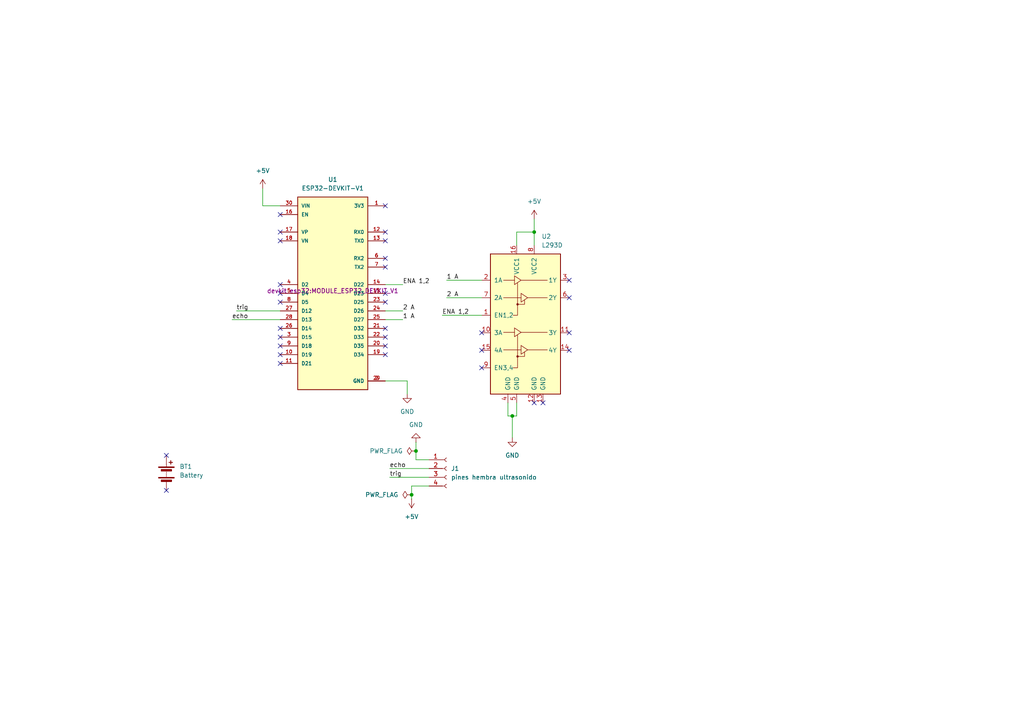
<source format=kicad_sch>
(kicad_sch
	(version 20250114)
	(generator "eeschema")
	(generator_version "9.0")
	(uuid "7971ed64-c6b3-4089-9216-16c48e7444f9")
	(paper "A4")
	(lib_symbols
		(symbol "Connector:Conn_01x04_Socket"
			(pin_names
				(offset 1.016)
				(hide yes)
			)
			(exclude_from_sim no)
			(in_bom yes)
			(on_board yes)
			(property "Reference" "J"
				(at 0 5.08 0)
				(effects
					(font
						(size 1.27 1.27)
					)
				)
			)
			(property "Value" "Conn_01x04_Socket"
				(at 0 -7.62 0)
				(effects
					(font
						(size 1.27 1.27)
					)
				)
			)
			(property "Footprint" ""
				(at 0 0 0)
				(effects
					(font
						(size 1.27 1.27)
					)
					(hide yes)
				)
			)
			(property "Datasheet" "~"
				(at 0 0 0)
				(effects
					(font
						(size 1.27 1.27)
					)
					(hide yes)
				)
			)
			(property "Description" "Generic connector, single row, 01x04, script generated"
				(at 0 0 0)
				(effects
					(font
						(size 1.27 1.27)
					)
					(hide yes)
				)
			)
			(property "ki_locked" ""
				(at 0 0 0)
				(effects
					(font
						(size 1.27 1.27)
					)
				)
			)
			(property "ki_keywords" "connector"
				(at 0 0 0)
				(effects
					(font
						(size 1.27 1.27)
					)
					(hide yes)
				)
			)
			(property "ki_fp_filters" "Connector*:*_1x??_*"
				(at 0 0 0)
				(effects
					(font
						(size 1.27 1.27)
					)
					(hide yes)
				)
			)
			(symbol "Conn_01x04_Socket_1_1"
				(polyline
					(pts
						(xy -1.27 2.54) (xy -0.508 2.54)
					)
					(stroke
						(width 0.1524)
						(type default)
					)
					(fill
						(type none)
					)
				)
				(polyline
					(pts
						(xy -1.27 0) (xy -0.508 0)
					)
					(stroke
						(width 0.1524)
						(type default)
					)
					(fill
						(type none)
					)
				)
				(polyline
					(pts
						(xy -1.27 -2.54) (xy -0.508 -2.54)
					)
					(stroke
						(width 0.1524)
						(type default)
					)
					(fill
						(type none)
					)
				)
				(polyline
					(pts
						(xy -1.27 -5.08) (xy -0.508 -5.08)
					)
					(stroke
						(width 0.1524)
						(type default)
					)
					(fill
						(type none)
					)
				)
				(arc
					(start 0 2.032)
					(mid -0.5058 2.54)
					(end 0 3.048)
					(stroke
						(width 0.1524)
						(type default)
					)
					(fill
						(type none)
					)
				)
				(arc
					(start 0 -0.508)
					(mid -0.5058 0)
					(end 0 0.508)
					(stroke
						(width 0.1524)
						(type default)
					)
					(fill
						(type none)
					)
				)
				(arc
					(start 0 -3.048)
					(mid -0.5058 -2.54)
					(end 0 -2.032)
					(stroke
						(width 0.1524)
						(type default)
					)
					(fill
						(type none)
					)
				)
				(arc
					(start 0 -5.588)
					(mid -0.5058 -5.08)
					(end 0 -4.572)
					(stroke
						(width 0.1524)
						(type default)
					)
					(fill
						(type none)
					)
				)
				(pin passive line
					(at -5.08 2.54 0)
					(length 3.81)
					(name "Pin_1"
						(effects
							(font
								(size 1.27 1.27)
							)
						)
					)
					(number "1"
						(effects
							(font
								(size 1.27 1.27)
							)
						)
					)
				)
				(pin passive line
					(at -5.08 0 0)
					(length 3.81)
					(name "Pin_2"
						(effects
							(font
								(size 1.27 1.27)
							)
						)
					)
					(number "2"
						(effects
							(font
								(size 1.27 1.27)
							)
						)
					)
				)
				(pin passive line
					(at -5.08 -2.54 0)
					(length 3.81)
					(name "Pin_3"
						(effects
							(font
								(size 1.27 1.27)
							)
						)
					)
					(number "3"
						(effects
							(font
								(size 1.27 1.27)
							)
						)
					)
				)
				(pin passive line
					(at -5.08 -5.08 0)
					(length 3.81)
					(name "Pin_4"
						(effects
							(font
								(size 1.27 1.27)
							)
						)
					)
					(number "4"
						(effects
							(font
								(size 1.27 1.27)
							)
						)
					)
				)
			)
			(embedded_fonts no)
		)
		(symbol "Device:Battery"
			(pin_numbers
				(hide yes)
			)
			(pin_names
				(offset 0)
				(hide yes)
			)
			(exclude_from_sim no)
			(in_bom yes)
			(on_board yes)
			(property "Reference" "BT"
				(at 2.54 2.54 0)
				(effects
					(font
						(size 1.27 1.27)
					)
					(justify left)
				)
			)
			(property "Value" "Battery"
				(at 2.54 0 0)
				(effects
					(font
						(size 1.27 1.27)
					)
					(justify left)
				)
			)
			(property "Footprint" ""
				(at 0 1.524 90)
				(effects
					(font
						(size 1.27 1.27)
					)
					(hide yes)
				)
			)
			(property "Datasheet" "~"
				(at 0 1.524 90)
				(effects
					(font
						(size 1.27 1.27)
					)
					(hide yes)
				)
			)
			(property "Description" "Multiple-cell battery"
				(at 0 0 0)
				(effects
					(font
						(size 1.27 1.27)
					)
					(hide yes)
				)
			)
			(property "ki_keywords" "batt voltage-source cell"
				(at 0 0 0)
				(effects
					(font
						(size 1.27 1.27)
					)
					(hide yes)
				)
			)
			(symbol "Battery_0_1"
				(rectangle
					(start -2.286 1.778)
					(end 2.286 1.524)
					(stroke
						(width 0)
						(type default)
					)
					(fill
						(type outline)
					)
				)
				(rectangle
					(start -2.286 -1.27)
					(end 2.286 -1.524)
					(stroke
						(width 0)
						(type default)
					)
					(fill
						(type outline)
					)
				)
				(rectangle
					(start -1.524 1.016)
					(end 1.524 0.508)
					(stroke
						(width 0)
						(type default)
					)
					(fill
						(type outline)
					)
				)
				(rectangle
					(start -1.524 -2.032)
					(end 1.524 -2.54)
					(stroke
						(width 0)
						(type default)
					)
					(fill
						(type outline)
					)
				)
				(polyline
					(pts
						(xy 0 1.778) (xy 0 2.54)
					)
					(stroke
						(width 0)
						(type default)
					)
					(fill
						(type none)
					)
				)
				(polyline
					(pts
						(xy 0 0) (xy 0 0.254)
					)
					(stroke
						(width 0)
						(type default)
					)
					(fill
						(type none)
					)
				)
				(polyline
					(pts
						(xy 0 -0.508) (xy 0 -0.254)
					)
					(stroke
						(width 0)
						(type default)
					)
					(fill
						(type none)
					)
				)
				(polyline
					(pts
						(xy 0 -1.016) (xy 0 -0.762)
					)
					(stroke
						(width 0)
						(type default)
					)
					(fill
						(type none)
					)
				)
				(polyline
					(pts
						(xy 0.762 3.048) (xy 1.778 3.048)
					)
					(stroke
						(width 0.254)
						(type default)
					)
					(fill
						(type none)
					)
				)
				(polyline
					(pts
						(xy 1.27 3.556) (xy 1.27 2.54)
					)
					(stroke
						(width 0.254)
						(type default)
					)
					(fill
						(type none)
					)
				)
			)
			(symbol "Battery_1_1"
				(pin passive line
					(at 0 5.08 270)
					(length 2.54)
					(name "+"
						(effects
							(font
								(size 1.27 1.27)
							)
						)
					)
					(number "1"
						(effects
							(font
								(size 1.27 1.27)
							)
						)
					)
				)
				(pin passive line
					(at 0 -5.08 90)
					(length 2.54)
					(name "-"
						(effects
							(font
								(size 1.27 1.27)
							)
						)
					)
					(number "2"
						(effects
							(font
								(size 1.27 1.27)
							)
						)
					)
				)
			)
			(embedded_fonts no)
		)
		(symbol "Driver_Motor:L293D"
			(pin_names
				(offset 1.016)
			)
			(exclude_from_sim no)
			(in_bom yes)
			(on_board yes)
			(property "Reference" "U"
				(at -5.08 26.035 0)
				(effects
					(font
						(size 1.27 1.27)
					)
					(justify right)
				)
			)
			(property "Value" "L293D"
				(at -5.08 24.13 0)
				(effects
					(font
						(size 1.27 1.27)
					)
					(justify right)
				)
			)
			(property "Footprint" "Package_DIP:DIP-16_W7.62mm"
				(at 6.35 -19.05 0)
				(effects
					(font
						(size 1.27 1.27)
					)
					(justify left)
					(hide yes)
				)
			)
			(property "Datasheet" "http://www.ti.com/lit/ds/symlink/l293.pdf"
				(at -7.62 17.78 0)
				(effects
					(font
						(size 1.27 1.27)
					)
					(hide yes)
				)
			)
			(property "Description" "Quadruple Half-H Drivers"
				(at 0 0 0)
				(effects
					(font
						(size 1.27 1.27)
					)
					(hide yes)
				)
			)
			(property "ki_keywords" "Half-H Driver Motor"
				(at 0 0 0)
				(effects
					(font
						(size 1.27 1.27)
					)
					(hide yes)
				)
			)
			(property "ki_fp_filters" "DIP*W7.62mm*"
				(at 0 0 0)
				(effects
					(font
						(size 1.27 1.27)
					)
					(hide yes)
				)
			)
			(symbol "L293D_0_1"
				(rectangle
					(start -10.16 22.86)
					(end 10.16 -17.78)
					(stroke
						(width 0.254)
						(type default)
					)
					(fill
						(type background)
					)
				)
				(polyline
					(pts
						(xy -6.35 15.24) (xy -3.175 15.24)
					)
					(stroke
						(width 0)
						(type default)
					)
					(fill
						(type none)
					)
				)
				(polyline
					(pts
						(xy -6.35 10.16) (xy -1.27 10.16)
					)
					(stroke
						(width 0)
						(type default)
					)
					(fill
						(type none)
					)
				)
				(polyline
					(pts
						(xy -6.35 0.127) (xy -3.175 0.127)
					)
					(stroke
						(width 0)
						(type default)
					)
					(fill
						(type none)
					)
				)
				(polyline
					(pts
						(xy -6.35 -4.953) (xy -1.27 -4.953)
					)
					(stroke
						(width 0)
						(type default)
					)
					(fill
						(type none)
					)
				)
				(polyline
					(pts
						(xy -3.175 16.51) (xy -3.175 13.97) (xy -1.27 15.24) (xy -3.175 16.51)
					)
					(stroke
						(width 0)
						(type default)
					)
					(fill
						(type none)
					)
				)
				(polyline
					(pts
						(xy -3.175 1.397) (xy -3.175 -1.143) (xy -1.27 0.127) (xy -3.175 1.397)
					)
					(stroke
						(width 0)
						(type default)
					)
					(fill
						(type none)
					)
				)
				(polyline
					(pts
						(xy -2.286 14.478) (xy -2.286 5.08) (xy -3.556 5.08)
					)
					(stroke
						(width 0)
						(type default)
					)
					(fill
						(type none)
					)
				)
				(circle
					(center -2.286 8.255)
					(radius 0.254)
					(stroke
						(width 0)
						(type default)
					)
					(fill
						(type outline)
					)
				)
				(polyline
					(pts
						(xy -2.286 8.255) (xy -0.254 8.255) (xy -0.254 9.525)
					)
					(stroke
						(width 0)
						(type default)
					)
					(fill
						(type none)
					)
				)
				(polyline
					(pts
						(xy -2.286 -0.635) (xy -2.286 -10.16) (xy -3.556 -10.16)
					)
					(stroke
						(width 0)
						(type default)
					)
					(fill
						(type none)
					)
				)
				(circle
					(center -2.286 -6.858)
					(radius 0.254)
					(stroke
						(width 0)
						(type default)
					)
					(fill
						(type outline)
					)
				)
				(polyline
					(pts
						(xy -2.286 -6.858) (xy -0.254 -6.858) (xy -0.254 -5.588)
					)
					(stroke
						(width 0)
						(type default)
					)
					(fill
						(type none)
					)
				)
				(polyline
					(pts
						(xy -1.27 15.24) (xy 6.35 15.24)
					)
					(stroke
						(width 0)
						(type default)
					)
					(fill
						(type none)
					)
				)
				(polyline
					(pts
						(xy -1.27 11.43) (xy -1.27 8.89) (xy 0.635 10.16) (xy -1.27 11.43)
					)
					(stroke
						(width 0)
						(type default)
					)
					(fill
						(type none)
					)
				)
				(polyline
					(pts
						(xy -1.27 0.127) (xy 6.35 0.127)
					)
					(stroke
						(width 0)
						(type default)
					)
					(fill
						(type none)
					)
				)
				(polyline
					(pts
						(xy -1.27 -3.683) (xy -1.27 -6.223) (xy 0.635 -4.953) (xy -1.27 -3.683)
					)
					(stroke
						(width 0)
						(type default)
					)
					(fill
						(type none)
					)
				)
				(polyline
					(pts
						(xy 0.635 10.16) (xy 6.35 10.16)
					)
					(stroke
						(width 0)
						(type default)
					)
					(fill
						(type none)
					)
				)
				(polyline
					(pts
						(xy 0.635 -4.953) (xy 6.35 -4.953)
					)
					(stroke
						(width 0)
						(type default)
					)
					(fill
						(type none)
					)
				)
			)
			(symbol "L293D_1_1"
				(pin input line
					(at -12.7 15.24 0)
					(length 2.54)
					(name "1A"
						(effects
							(font
								(size 1.27 1.27)
							)
						)
					)
					(number "2"
						(effects
							(font
								(size 1.27 1.27)
							)
						)
					)
				)
				(pin input line
					(at -12.7 10.16 0)
					(length 2.54)
					(name "2A"
						(effects
							(font
								(size 1.27 1.27)
							)
						)
					)
					(number "7"
						(effects
							(font
								(size 1.27 1.27)
							)
						)
					)
				)
				(pin input line
					(at -12.7 5.08 0)
					(length 2.54)
					(name "EN1,2"
						(effects
							(font
								(size 1.27 1.27)
							)
						)
					)
					(number "1"
						(effects
							(font
								(size 1.27 1.27)
							)
						)
					)
				)
				(pin input line
					(at -12.7 0 0)
					(length 2.54)
					(name "3A"
						(effects
							(font
								(size 1.27 1.27)
							)
						)
					)
					(number "10"
						(effects
							(font
								(size 1.27 1.27)
							)
						)
					)
				)
				(pin input line
					(at -12.7 -5.08 0)
					(length 2.54)
					(name "4A"
						(effects
							(font
								(size 1.27 1.27)
							)
						)
					)
					(number "15"
						(effects
							(font
								(size 1.27 1.27)
							)
						)
					)
				)
				(pin input line
					(at -12.7 -10.16 0)
					(length 2.54)
					(name "EN3,4"
						(effects
							(font
								(size 1.27 1.27)
							)
						)
					)
					(number "9"
						(effects
							(font
								(size 1.27 1.27)
							)
						)
					)
				)
				(pin power_in line
					(at -5.08 -20.32 90)
					(length 2.54)
					(name "GND"
						(effects
							(font
								(size 1.27 1.27)
							)
						)
					)
					(number "4"
						(effects
							(font
								(size 1.27 1.27)
							)
						)
					)
				)
				(pin power_in line
					(at -2.54 25.4 270)
					(length 2.54)
					(name "VCC1"
						(effects
							(font
								(size 1.27 1.27)
							)
						)
					)
					(number "16"
						(effects
							(font
								(size 1.27 1.27)
							)
						)
					)
				)
				(pin power_in line
					(at -2.54 -20.32 90)
					(length 2.54)
					(name "GND"
						(effects
							(font
								(size 1.27 1.27)
							)
						)
					)
					(number "5"
						(effects
							(font
								(size 1.27 1.27)
							)
						)
					)
				)
				(pin power_in line
					(at 2.54 25.4 270)
					(length 2.54)
					(name "VCC2"
						(effects
							(font
								(size 1.27 1.27)
							)
						)
					)
					(number "8"
						(effects
							(font
								(size 1.27 1.27)
							)
						)
					)
				)
				(pin power_in line
					(at 2.54 -20.32 90)
					(length 2.54)
					(name "GND"
						(effects
							(font
								(size 1.27 1.27)
							)
						)
					)
					(number "12"
						(effects
							(font
								(size 1.27 1.27)
							)
						)
					)
				)
				(pin power_in line
					(at 5.08 -20.32 90)
					(length 2.54)
					(name "GND"
						(effects
							(font
								(size 1.27 1.27)
							)
						)
					)
					(number "13"
						(effects
							(font
								(size 1.27 1.27)
							)
						)
					)
				)
				(pin output line
					(at 12.7 15.24 180)
					(length 2.54)
					(name "1Y"
						(effects
							(font
								(size 1.27 1.27)
							)
						)
					)
					(number "3"
						(effects
							(font
								(size 1.27 1.27)
							)
						)
					)
				)
				(pin output line
					(at 12.7 10.16 180)
					(length 2.54)
					(name "2Y"
						(effects
							(font
								(size 1.27 1.27)
							)
						)
					)
					(number "6"
						(effects
							(font
								(size 1.27 1.27)
							)
						)
					)
				)
				(pin output line
					(at 12.7 0 180)
					(length 2.54)
					(name "3Y"
						(effects
							(font
								(size 1.27 1.27)
							)
						)
					)
					(number "11"
						(effects
							(font
								(size 1.27 1.27)
							)
						)
					)
				)
				(pin output line
					(at 12.7 -5.08 180)
					(length 2.54)
					(name "4Y"
						(effects
							(font
								(size 1.27 1.27)
							)
						)
					)
					(number "14"
						(effects
							(font
								(size 1.27 1.27)
							)
						)
					)
				)
			)
			(embedded_fonts no)
		)
		(symbol "devkit_esp32:ESP32-DEVKIT-V1"
			(pin_names
				(offset 1.016)
			)
			(exclude_from_sim no)
			(in_bom yes)
			(on_board yes)
			(property "Reference" "U"
				(at -10.16 30.48 0)
				(effects
					(font
						(size 1.27 1.27)
					)
					(justify left top)
				)
			)
			(property "Value" "ESP32-DEVKIT-V1"
				(at -10.16 -30.48 0)
				(effects
					(font
						(size 1.27 1.27)
					)
					(justify left bottom)
				)
			)
			(property "Footprint" "ESP32-DEVKIT-V1:MODULE_ESP32_DEVKIT_V1"
				(at 0 0 0)
				(effects
					(font
						(size 1.27 1.27)
					)
					(justify bottom)
					(hide yes)
				)
			)
			(property "Datasheet" ""
				(at 0 0 0)
				(effects
					(font
						(size 1.27 1.27)
					)
					(hide yes)
				)
			)
			(property "Description" ""
				(at 0 0 0)
				(effects
					(font
						(size 1.27 1.27)
					)
					(hide yes)
				)
			)
			(property "MF" "Do it"
				(at 0 0 0)
				(effects
					(font
						(size 1.27 1.27)
					)
					(justify bottom)
					(hide yes)
				)
			)
			(property "MAXIMUM_PACKAGE_HEIGHT" "6.8 mm"
				(at 0 0 0)
				(effects
					(font
						(size 1.27 1.27)
					)
					(justify bottom)
					(hide yes)
				)
			)
			(property "Package" "None"
				(at 0 0 0)
				(effects
					(font
						(size 1.27 1.27)
					)
					(justify bottom)
					(hide yes)
				)
			)
			(property "Price" "None"
				(at 0 0 0)
				(effects
					(font
						(size 1.27 1.27)
					)
					(justify bottom)
					(hide yes)
				)
			)
			(property "Check_prices" "https://www.snapeda.com/parts/ESP32-DEVKIT-V1/Do+it/view-part/?ref=eda"
				(at 0 0 0)
				(effects
					(font
						(size 1.27 1.27)
					)
					(justify bottom)
					(hide yes)
				)
			)
			(property "STANDARD" "Manufacturer Recommendations"
				(at 0 0 0)
				(effects
					(font
						(size 1.27 1.27)
					)
					(justify bottom)
					(hide yes)
				)
			)
			(property "PARTREV" "N/A"
				(at 0 0 0)
				(effects
					(font
						(size 1.27 1.27)
					)
					(justify bottom)
					(hide yes)
				)
			)
			(property "SnapEDA_Link" "https://www.snapeda.com/parts/ESP32-DEVKIT-V1/Do+it/view-part/?ref=snap"
				(at 0 0 0)
				(effects
					(font
						(size 1.27 1.27)
					)
					(justify bottom)
					(hide yes)
				)
			)
			(property "MP" "ESP32-DEVKIT-V1"
				(at 0 0 0)
				(effects
					(font
						(size 1.27 1.27)
					)
					(justify bottom)
					(hide yes)
				)
			)
			(property "Description_1" "Dual core, Wi-Fi: 2.4 GHz up to 150 Mbits/s,BLE (Bluetooth Low Energy) and legacy Bluetooth, 32 bits, Up to 240 MHz"
				(at 0 0 0)
				(effects
					(font
						(size 1.27 1.27)
					)
					(justify bottom)
					(hide yes)
				)
			)
			(property "Availability" "Not in stock"
				(at 0 0 0)
				(effects
					(font
						(size 1.27 1.27)
					)
					(justify bottom)
					(hide yes)
				)
			)
			(property "MANUFACTURER" "DOIT"
				(at 0 0 0)
				(effects
					(font
						(size 1.27 1.27)
					)
					(justify bottom)
					(hide yes)
				)
			)
			(symbol "ESP32-DEVKIT-V1_0_0"
				(rectangle
					(start -10.16 -27.94)
					(end 10.16 27.94)
					(stroke
						(width 0.254)
						(type default)
					)
					(fill
						(type background)
					)
				)
				(pin input line
					(at -15.24 25.4 0)
					(length 5.08)
					(name "VIN"
						(effects
							(font
								(size 1.016 1.016)
							)
						)
					)
					(number "30"
						(effects
							(font
								(size 1.016 1.016)
							)
						)
					)
				)
				(pin input line
					(at -15.24 22.86 0)
					(length 5.08)
					(name "EN"
						(effects
							(font
								(size 1.016 1.016)
							)
						)
					)
					(number "16"
						(effects
							(font
								(size 1.016 1.016)
							)
						)
					)
				)
				(pin bidirectional line
					(at -15.24 17.78 0)
					(length 5.08)
					(name "VP"
						(effects
							(font
								(size 1.016 1.016)
							)
						)
					)
					(number "17"
						(effects
							(font
								(size 1.016 1.016)
							)
						)
					)
				)
				(pin bidirectional line
					(at -15.24 15.24 0)
					(length 5.08)
					(name "VN"
						(effects
							(font
								(size 1.016 1.016)
							)
						)
					)
					(number "18"
						(effects
							(font
								(size 1.016 1.016)
							)
						)
					)
				)
				(pin bidirectional line
					(at -15.24 2.54 0)
					(length 5.08)
					(name "D2"
						(effects
							(font
								(size 1.016 1.016)
							)
						)
					)
					(number "4"
						(effects
							(font
								(size 1.016 1.016)
							)
						)
					)
				)
				(pin bidirectional line
					(at -15.24 0 0)
					(length 5.08)
					(name "D4"
						(effects
							(font
								(size 1.016 1.016)
							)
						)
					)
					(number "5"
						(effects
							(font
								(size 1.016 1.016)
							)
						)
					)
				)
				(pin bidirectional line
					(at -15.24 -2.54 0)
					(length 5.08)
					(name "D5"
						(effects
							(font
								(size 1.016 1.016)
							)
						)
					)
					(number "8"
						(effects
							(font
								(size 1.016 1.016)
							)
						)
					)
				)
				(pin bidirectional line
					(at -15.24 -5.08 0)
					(length 5.08)
					(name "D12"
						(effects
							(font
								(size 1.016 1.016)
							)
						)
					)
					(number "27"
						(effects
							(font
								(size 1.016 1.016)
							)
						)
					)
				)
				(pin bidirectional line
					(at -15.24 -7.62 0)
					(length 5.08)
					(name "D13"
						(effects
							(font
								(size 1.016 1.016)
							)
						)
					)
					(number "28"
						(effects
							(font
								(size 1.016 1.016)
							)
						)
					)
				)
				(pin bidirectional line
					(at -15.24 -10.16 0)
					(length 5.08)
					(name "D14"
						(effects
							(font
								(size 1.016 1.016)
							)
						)
					)
					(number "26"
						(effects
							(font
								(size 1.016 1.016)
							)
						)
					)
				)
				(pin bidirectional line
					(at -15.24 -12.7 0)
					(length 5.08)
					(name "D15"
						(effects
							(font
								(size 1.016 1.016)
							)
						)
					)
					(number "3"
						(effects
							(font
								(size 1.016 1.016)
							)
						)
					)
				)
				(pin bidirectional line
					(at -15.24 -15.24 0)
					(length 5.08)
					(name "D18"
						(effects
							(font
								(size 1.016 1.016)
							)
						)
					)
					(number "9"
						(effects
							(font
								(size 1.016 1.016)
							)
						)
					)
				)
				(pin bidirectional line
					(at -15.24 -17.78 0)
					(length 5.08)
					(name "D19"
						(effects
							(font
								(size 1.016 1.016)
							)
						)
					)
					(number "10"
						(effects
							(font
								(size 1.016 1.016)
							)
						)
					)
				)
				(pin bidirectional line
					(at -15.24 -20.32 0)
					(length 5.08)
					(name "D21"
						(effects
							(font
								(size 1.016 1.016)
							)
						)
					)
					(number "11"
						(effects
							(font
								(size 1.016 1.016)
							)
						)
					)
				)
				(pin output line
					(at 15.24 25.4 180)
					(length 5.08)
					(name "3V3"
						(effects
							(font
								(size 1.016 1.016)
							)
						)
					)
					(number "1"
						(effects
							(font
								(size 1.016 1.016)
							)
						)
					)
				)
				(pin input line
					(at 15.24 17.78 180)
					(length 5.08)
					(name "RX0"
						(effects
							(font
								(size 1.016 1.016)
							)
						)
					)
					(number "12"
						(effects
							(font
								(size 1.016 1.016)
							)
						)
					)
				)
				(pin output line
					(at 15.24 15.24 180)
					(length 5.08)
					(name "TX0"
						(effects
							(font
								(size 1.016 1.016)
							)
						)
					)
					(number "13"
						(effects
							(font
								(size 1.016 1.016)
							)
						)
					)
				)
				(pin input line
					(at 15.24 10.16 180)
					(length 5.08)
					(name "RX2"
						(effects
							(font
								(size 1.016 1.016)
							)
						)
					)
					(number "6"
						(effects
							(font
								(size 1.016 1.016)
							)
						)
					)
				)
				(pin output line
					(at 15.24 7.62 180)
					(length 5.08)
					(name "TX2"
						(effects
							(font
								(size 1.016 1.016)
							)
						)
					)
					(number "7"
						(effects
							(font
								(size 1.016 1.016)
							)
						)
					)
				)
				(pin bidirectional line
					(at 15.24 2.54 180)
					(length 5.08)
					(name "D22"
						(effects
							(font
								(size 1.016 1.016)
							)
						)
					)
					(number "14"
						(effects
							(font
								(size 1.016 1.016)
							)
						)
					)
				)
				(pin bidirectional line
					(at 15.24 0 180)
					(length 5.08)
					(name "D23"
						(effects
							(font
								(size 1.016 1.016)
							)
						)
					)
					(number "15"
						(effects
							(font
								(size 1.016 1.016)
							)
						)
					)
				)
				(pin bidirectional line
					(at 15.24 -2.54 180)
					(length 5.08)
					(name "D25"
						(effects
							(font
								(size 1.016 1.016)
							)
						)
					)
					(number "23"
						(effects
							(font
								(size 1.016 1.016)
							)
						)
					)
				)
				(pin bidirectional line
					(at 15.24 -5.08 180)
					(length 5.08)
					(name "D26"
						(effects
							(font
								(size 1.016 1.016)
							)
						)
					)
					(number "24"
						(effects
							(font
								(size 1.016 1.016)
							)
						)
					)
				)
				(pin bidirectional line
					(at 15.24 -7.62 180)
					(length 5.08)
					(name "D27"
						(effects
							(font
								(size 1.016 1.016)
							)
						)
					)
					(number "25"
						(effects
							(font
								(size 1.016 1.016)
							)
						)
					)
				)
				(pin bidirectional line
					(at 15.24 -10.16 180)
					(length 5.08)
					(name "D32"
						(effects
							(font
								(size 1.016 1.016)
							)
						)
					)
					(number "21"
						(effects
							(font
								(size 1.016 1.016)
							)
						)
					)
				)
				(pin bidirectional line
					(at 15.24 -12.7 180)
					(length 5.08)
					(name "D33"
						(effects
							(font
								(size 1.016 1.016)
							)
						)
					)
					(number "22"
						(effects
							(font
								(size 1.016 1.016)
							)
						)
					)
				)
				(pin bidirectional line
					(at 15.24 -15.24 180)
					(length 5.08)
					(name "D35"
						(effects
							(font
								(size 1.016 1.016)
							)
						)
					)
					(number "20"
						(effects
							(font
								(size 1.016 1.016)
							)
						)
					)
				)
				(pin bidirectional line
					(at 15.24 -17.78 180)
					(length 5.08)
					(name "D34"
						(effects
							(font
								(size 1.016 1.016)
							)
						)
					)
					(number "19"
						(effects
							(font
								(size 1.016 1.016)
							)
						)
					)
				)
				(pin power_in line
					(at 15.24 -25.4 180)
					(length 5.08)
					(name "GND"
						(effects
							(font
								(size 1.016 1.016)
							)
						)
					)
					(number "2"
						(effects
							(font
								(size 1.016 1.016)
							)
						)
					)
				)
				(pin power_in line
					(at 15.24 -25.4 180)
					(length 5.08)
					(name "GND"
						(effects
							(font
								(size 1.016 1.016)
							)
						)
					)
					(number "29"
						(effects
							(font
								(size 1.016 1.016)
							)
						)
					)
				)
			)
			(embedded_fonts no)
		)
		(symbol "power:+5V"
			(power)
			(pin_numbers
				(hide yes)
			)
			(pin_names
				(offset 0)
				(hide yes)
			)
			(exclude_from_sim no)
			(in_bom yes)
			(on_board yes)
			(property "Reference" "#PWR"
				(at 0 -3.81 0)
				(effects
					(font
						(size 1.27 1.27)
					)
					(hide yes)
				)
			)
			(property "Value" "+5V"
				(at 0 3.556 0)
				(effects
					(font
						(size 1.27 1.27)
					)
				)
			)
			(property "Footprint" ""
				(at 0 0 0)
				(effects
					(font
						(size 1.27 1.27)
					)
					(hide yes)
				)
			)
			(property "Datasheet" ""
				(at 0 0 0)
				(effects
					(font
						(size 1.27 1.27)
					)
					(hide yes)
				)
			)
			(property "Description" "Power symbol creates a global label with name \"+5V\""
				(at 0 0 0)
				(effects
					(font
						(size 1.27 1.27)
					)
					(hide yes)
				)
			)
			(property "ki_keywords" "global power"
				(at 0 0 0)
				(effects
					(font
						(size 1.27 1.27)
					)
					(hide yes)
				)
			)
			(symbol "+5V_0_1"
				(polyline
					(pts
						(xy -0.762 1.27) (xy 0 2.54)
					)
					(stroke
						(width 0)
						(type default)
					)
					(fill
						(type none)
					)
				)
				(polyline
					(pts
						(xy 0 2.54) (xy 0.762 1.27)
					)
					(stroke
						(width 0)
						(type default)
					)
					(fill
						(type none)
					)
				)
				(polyline
					(pts
						(xy 0 0) (xy 0 2.54)
					)
					(stroke
						(width 0)
						(type default)
					)
					(fill
						(type none)
					)
				)
			)
			(symbol "+5V_1_1"
				(pin power_in line
					(at 0 0 90)
					(length 0)
					(name "~"
						(effects
							(font
								(size 1.27 1.27)
							)
						)
					)
					(number "1"
						(effects
							(font
								(size 1.27 1.27)
							)
						)
					)
				)
			)
			(embedded_fonts no)
		)
		(symbol "power:GND"
			(power)
			(pin_numbers
				(hide yes)
			)
			(pin_names
				(offset 0)
				(hide yes)
			)
			(exclude_from_sim no)
			(in_bom yes)
			(on_board yes)
			(property "Reference" "#PWR"
				(at 0 -6.35 0)
				(effects
					(font
						(size 1.27 1.27)
					)
					(hide yes)
				)
			)
			(property "Value" "GND"
				(at 0 -3.81 0)
				(effects
					(font
						(size 1.27 1.27)
					)
				)
			)
			(property "Footprint" ""
				(at 0 0 0)
				(effects
					(font
						(size 1.27 1.27)
					)
					(hide yes)
				)
			)
			(property "Datasheet" ""
				(at 0 0 0)
				(effects
					(font
						(size 1.27 1.27)
					)
					(hide yes)
				)
			)
			(property "Description" "Power symbol creates a global label with name \"GND\" , ground"
				(at 0 0 0)
				(effects
					(font
						(size 1.27 1.27)
					)
					(hide yes)
				)
			)
			(property "ki_keywords" "global power"
				(at 0 0 0)
				(effects
					(font
						(size 1.27 1.27)
					)
					(hide yes)
				)
			)
			(symbol "GND_0_1"
				(polyline
					(pts
						(xy 0 0) (xy 0 -1.27) (xy 1.27 -1.27) (xy 0 -2.54) (xy -1.27 -1.27) (xy 0 -1.27)
					)
					(stroke
						(width 0)
						(type default)
					)
					(fill
						(type none)
					)
				)
			)
			(symbol "GND_1_1"
				(pin power_in line
					(at 0 0 270)
					(length 0)
					(name "~"
						(effects
							(font
								(size 1.27 1.27)
							)
						)
					)
					(number "1"
						(effects
							(font
								(size 1.27 1.27)
							)
						)
					)
				)
			)
			(embedded_fonts no)
		)
		(symbol "power:PWR_FLAG"
			(power)
			(pin_numbers
				(hide yes)
			)
			(pin_names
				(offset 0)
				(hide yes)
			)
			(exclude_from_sim no)
			(in_bom yes)
			(on_board yes)
			(property "Reference" "#FLG"
				(at 0 1.905 0)
				(effects
					(font
						(size 1.27 1.27)
					)
					(hide yes)
				)
			)
			(property "Value" "PWR_FLAG"
				(at 0 3.81 0)
				(effects
					(font
						(size 1.27 1.27)
					)
				)
			)
			(property "Footprint" ""
				(at 0 0 0)
				(effects
					(font
						(size 1.27 1.27)
					)
					(hide yes)
				)
			)
			(property "Datasheet" "~"
				(at 0 0 0)
				(effects
					(font
						(size 1.27 1.27)
					)
					(hide yes)
				)
			)
			(property "Description" "Special symbol for telling ERC where power comes from"
				(at 0 0 0)
				(effects
					(font
						(size 1.27 1.27)
					)
					(hide yes)
				)
			)
			(property "ki_keywords" "flag power"
				(at 0 0 0)
				(effects
					(font
						(size 1.27 1.27)
					)
					(hide yes)
				)
			)
			(symbol "PWR_FLAG_0_0"
				(pin power_out line
					(at 0 0 90)
					(length 0)
					(name "~"
						(effects
							(font
								(size 1.27 1.27)
							)
						)
					)
					(number "1"
						(effects
							(font
								(size 1.27 1.27)
							)
						)
					)
				)
			)
			(symbol "PWR_FLAG_0_1"
				(polyline
					(pts
						(xy 0 0) (xy 0 1.27) (xy -1.016 1.905) (xy 0 2.54) (xy 1.016 1.905) (xy 0 1.27)
					)
					(stroke
						(width 0)
						(type default)
					)
					(fill
						(type none)
					)
				)
			)
			(embedded_fonts no)
		)
	)
	(junction
		(at 119.38 143.51)
		(diameter 0)
		(color 0 0 0 0)
		(uuid "26e24149-c3c5-47e1-8718-7a201d693dd4")
	)
	(junction
		(at 154.94 67.31)
		(diameter 0)
		(color 0 0 0 0)
		(uuid "549ca396-384a-4cea-9e28-94b56facef4b")
	)
	(junction
		(at 148.59 120.65)
		(diameter 0)
		(color 0 0 0 0)
		(uuid "58bce8c6-097f-47bf-945b-a6bfad605044")
	)
	(junction
		(at 120.65 130.81)
		(diameter 0)
		(color 0 0 0 0)
		(uuid "7303139c-f476-48e6-906f-b4181c5b7968")
	)
	(no_connect
		(at 111.76 97.79)
		(uuid "1a72b67b-4789-40e4-b560-0cf360b0ef99")
	)
	(no_connect
		(at 157.48 116.84)
		(uuid "1d8c090b-b6ff-4ec4-ac63-698c4889d002")
	)
	(no_connect
		(at 111.76 87.63)
		(uuid "1e6f9c19-8a29-407e-8fc0-e097a3dc800d")
	)
	(no_connect
		(at 81.28 87.63)
		(uuid "27e4d0f7-58df-49bc-b6fc-1ff884143bb8")
	)
	(no_connect
		(at 81.28 100.33)
		(uuid "33eb03fd-2c99-4472-8f3c-81533c57b41f")
	)
	(no_connect
		(at 111.76 69.85)
		(uuid "363c4524-3bdc-4f95-ab54-beb5325a2f20")
	)
	(no_connect
		(at 111.76 100.33)
		(uuid "3944ce14-abf6-469e-8b9d-4a5d2994c4a4")
	)
	(no_connect
		(at 139.7 96.52)
		(uuid "398f9eae-b782-4c70-be9c-dc09bfef5482")
	)
	(no_connect
		(at 165.1 96.52)
		(uuid "3b225735-0f98-408d-b76d-cee428c13761")
	)
	(no_connect
		(at 48.26 132.08)
		(uuid "3e38fa7e-2332-434e-a759-e88327b486ba")
	)
	(no_connect
		(at 81.28 102.87)
		(uuid "3efb390c-3da2-4bbc-8645-ef4bb3b64bd4")
	)
	(no_connect
		(at 139.7 106.68)
		(uuid "429be33c-c31f-4ef2-8890-959d9d6f47ef")
	)
	(no_connect
		(at 139.7 101.6)
		(uuid "4664f04a-6139-4ba9-836f-9542a9c12b33")
	)
	(no_connect
		(at 111.76 85.09)
		(uuid "6403f8cd-6a3a-454b-8f14-94639c2162d9")
	)
	(no_connect
		(at 81.28 105.41)
		(uuid "64bead0e-faa0-4064-a838-1139713cc115")
	)
	(no_connect
		(at 111.76 74.93)
		(uuid "662e0526-7a3e-4659-ae25-e1d4b63a25ff")
	)
	(no_connect
		(at 111.76 77.47)
		(uuid "6827080b-3168-4479-9dcc-665b0251cb60")
	)
	(no_connect
		(at 111.76 102.87)
		(uuid "7462d01c-292f-4427-b971-1d24056b800f")
	)
	(no_connect
		(at 81.28 95.25)
		(uuid "75e45446-c97a-46c9-a157-eeafddd08c7f")
	)
	(no_connect
		(at 165.1 86.36)
		(uuid "75fefd4f-0f6f-4e97-a0f3-63d82cc0472b")
	)
	(no_connect
		(at 154.94 116.84)
		(uuid "85298ea7-9277-4f3c-9cb3-db609724e997")
	)
	(no_connect
		(at 81.28 69.85)
		(uuid "8ef460d0-ecc3-4188-9ada-3cd9ba24f897")
	)
	(no_connect
		(at 81.28 85.09)
		(uuid "95997d28-67ca-4be2-a472-85d8531ee702")
	)
	(no_connect
		(at 81.28 97.79)
		(uuid "ad2dcfc8-dd01-4de5-b912-7a55dd06c59d")
	)
	(no_connect
		(at 81.28 62.23)
		(uuid "b8b89dc2-1005-4503-a4bb-372515e326ed")
	)
	(no_connect
		(at 111.76 67.31)
		(uuid "c087b78a-a40a-4c6c-8be8-7e4240a33005")
	)
	(no_connect
		(at 81.28 67.31)
		(uuid "d7e14354-c6ef-41cc-a0a6-e1bafb87a6c0")
	)
	(no_connect
		(at 165.1 101.6)
		(uuid "dd3347fa-d68c-4725-9313-02e7da7272c8")
	)
	(no_connect
		(at 111.76 59.69)
		(uuid "e0729a27-48ca-4651-84f5-95f6ba3a120e")
	)
	(no_connect
		(at 81.28 82.55)
		(uuid "f214568c-a2ce-4ba4-a3ba-30000205074c")
	)
	(no_connect
		(at 111.76 95.25)
		(uuid "f9a8ee9c-fa7f-401c-972f-2e9716b41ac9")
	)
	(no_connect
		(at 48.26 142.24)
		(uuid "f9cfd425-7854-400e-839e-1678ce1e1272")
	)
	(no_connect
		(at 165.1 81.28)
		(uuid "fb3a6aa8-07b4-4f73-9d03-2e23d442b388")
	)
	(wire
		(pts
			(xy 119.38 140.97) (xy 119.38 143.51)
		)
		(stroke
			(width 0)
			(type default)
		)
		(uuid "004f476e-3a1b-4542-b126-da7d62d57c55")
	)
	(wire
		(pts
			(xy 113.03 138.43) (xy 124.46 138.43)
		)
		(stroke
			(width 0)
			(type default)
		)
		(uuid "029af1ea-9a4f-411e-8629-b08f704ccc96")
	)
	(wire
		(pts
			(xy 129.54 81.28) (xy 139.7 81.28)
		)
		(stroke
			(width 0)
			(type default)
		)
		(uuid "06419bdd-3d13-4579-9a10-985154c7406f")
	)
	(wire
		(pts
			(xy 119.38 143.51) (xy 119.38 144.78)
		)
		(stroke
			(width 0)
			(type default)
		)
		(uuid "150ecb6e-eae1-4be6-a9af-6679314eac74")
	)
	(wire
		(pts
			(xy 113.03 135.89) (xy 124.46 135.89)
		)
		(stroke
			(width 0)
			(type default)
		)
		(uuid "151fd64c-6a0e-47e9-a74b-690062e69e62")
	)
	(wire
		(pts
			(xy 119.38 140.97) (xy 124.46 140.97)
		)
		(stroke
			(width 0)
			(type default)
		)
		(uuid "216ea87c-2340-4973-8107-add2b1f092cf")
	)
	(wire
		(pts
			(xy 118.11 110.49) (xy 118.11 114.3)
		)
		(stroke
			(width 0)
			(type default)
		)
		(uuid "2345dbd1-7b79-4768-b34f-2f332443b43f")
	)
	(wire
		(pts
			(xy 67.31 92.71) (xy 81.28 92.71)
		)
		(stroke
			(width 0)
			(type default)
		)
		(uuid "26c291e4-4af1-4dba-8d73-a2729ae8a0bc")
	)
	(wire
		(pts
			(xy 111.76 82.55) (xy 116.84 82.55)
		)
		(stroke
			(width 0)
			(type default)
		)
		(uuid "27d908ec-043a-4a6b-beda-96c8189dbd68")
	)
	(wire
		(pts
			(xy 149.86 71.12) (xy 149.86 67.31)
		)
		(stroke
			(width 0)
			(type default)
		)
		(uuid "2c6bc8ea-1773-4ee7-a43f-fc1cac73c488")
	)
	(wire
		(pts
			(xy 76.2 54.61) (xy 76.2 59.69)
		)
		(stroke
			(width 0)
			(type default)
		)
		(uuid "31b76466-4cb2-4225-ae88-f337eb7ffd28")
	)
	(wire
		(pts
			(xy 120.65 133.35) (xy 124.46 133.35)
		)
		(stroke
			(width 0)
			(type default)
		)
		(uuid "39fee9ff-e856-4b70-91d8-47b5f0f44342")
	)
	(wire
		(pts
			(xy 147.32 116.84) (xy 147.32 120.65)
		)
		(stroke
			(width 0)
			(type default)
		)
		(uuid "3b6ff815-d938-4924-8405-b1b9504ed5ca")
	)
	(wire
		(pts
			(xy 149.86 116.84) (xy 149.86 120.65)
		)
		(stroke
			(width 0)
			(type default)
		)
		(uuid "436c8e03-de7d-4760-a50d-82aca7258fb5")
	)
	(wire
		(pts
			(xy 111.76 110.49) (xy 118.11 110.49)
		)
		(stroke
			(width 0)
			(type default)
		)
		(uuid "5d78ee3a-98be-4438-927c-5e633873c1c7")
	)
	(wire
		(pts
			(xy 148.59 120.65) (xy 149.86 120.65)
		)
		(stroke
			(width 0)
			(type default)
		)
		(uuid "70d1b3b9-5b05-466d-ae2d-a6d4b91b703e")
	)
	(wire
		(pts
			(xy 147.32 120.65) (xy 148.59 120.65)
		)
		(stroke
			(width 0)
			(type default)
		)
		(uuid "79f23449-784a-4b4a-9b4c-fe714a71497e")
	)
	(wire
		(pts
			(xy 148.59 120.65) (xy 148.59 127)
		)
		(stroke
			(width 0)
			(type default)
		)
		(uuid "7f02540b-6a91-4851-b251-6a57617930fd")
	)
	(wire
		(pts
			(xy 128.27 91.44) (xy 139.7 91.44)
		)
		(stroke
			(width 0)
			(type default)
		)
		(uuid "85850a4b-18ab-40a3-9c13-7e57ce2b04d2")
	)
	(wire
		(pts
			(xy 129.54 86.36) (xy 139.7 86.36)
		)
		(stroke
			(width 0)
			(type default)
		)
		(uuid "9e46c4a7-1d7f-4c13-8ba3-8299ad5101a8")
	)
	(wire
		(pts
			(xy 149.86 67.31) (xy 154.94 67.31)
		)
		(stroke
			(width 0)
			(type default)
		)
		(uuid "bee1ad3c-c4a2-482c-ad1a-7b25f3920906")
	)
	(wire
		(pts
			(xy 120.65 128.27) (xy 120.65 130.81)
		)
		(stroke
			(width 0)
			(type default)
		)
		(uuid "c7bf3936-542f-4724-8a97-9d2e0f7f8b49")
	)
	(wire
		(pts
			(xy 76.2 59.69) (xy 81.28 59.69)
		)
		(stroke
			(width 0)
			(type default)
		)
		(uuid "cd75618d-706a-439e-aa30-6b0387e3bab8")
	)
	(wire
		(pts
			(xy 111.76 90.17) (xy 116.84 90.17)
		)
		(stroke
			(width 0)
			(type default)
		)
		(uuid "d488a14b-0dd5-46b2-b512-5f8081c9eaa6")
	)
	(wire
		(pts
			(xy 120.65 130.81) (xy 120.65 133.35)
		)
		(stroke
			(width 0)
			(type default)
		)
		(uuid "deaa181d-4ba3-4caf-b7e1-9481eec17621")
	)
	(wire
		(pts
			(xy 68.58 90.17) (xy 81.28 90.17)
		)
		(stroke
			(width 0)
			(type default)
		)
		(uuid "e54c60f8-ebfd-4c7d-a4cd-9cfd34c76b82")
	)
	(wire
		(pts
			(xy 154.94 67.31) (xy 154.94 71.12)
		)
		(stroke
			(width 0)
			(type default)
		)
		(uuid "ea2154b9-1e78-4fac-9624-91ce6c2a7e48")
	)
	(wire
		(pts
			(xy 111.76 92.71) (xy 116.84 92.71)
		)
		(stroke
			(width 0)
			(type default)
		)
		(uuid "f67eced9-5688-4b02-9caa-eb4743afb30b")
	)
	(wire
		(pts
			(xy 154.94 63.5) (xy 154.94 67.31)
		)
		(stroke
			(width 0)
			(type default)
		)
		(uuid "f9ac383d-4cfa-456a-9b5c-a7bfde627743")
	)
	(label "2 A"
		(at 129.54 86.36 0)
		(effects
			(font
				(size 1.27 1.27)
			)
			(justify left bottom)
		)
		(uuid "0192ca45-c074-48f1-ab2f-40c0d6f8bac1")
	)
	(label "ENA 1,2"
		(at 116.84 82.55 0)
		(effects
			(font
				(size 1.27 1.27)
			)
			(justify left bottom)
		)
		(uuid "18ff0608-4e15-491d-8d66-244152ed2368")
	)
	(label "trig"
		(at 68.58 90.17 0)
		(effects
			(font
				(size 1.27 1.27)
			)
			(justify left bottom)
		)
		(uuid "22367e73-1b58-469f-aa0b-1d60c1790930")
	)
	(label "trig"
		(at 113.03 138.43 0)
		(effects
			(font
				(size 1.27 1.27)
			)
			(justify left bottom)
		)
		(uuid "36aa3f05-605c-4637-9db3-bbabac058ed4")
	)
	(label "2 A"
		(at 116.84 90.17 0)
		(effects
			(font
				(size 1.27 1.27)
			)
			(justify left bottom)
		)
		(uuid "3dc04b52-ff07-4cb5-b246-a100ebc5ac0d")
	)
	(label "1 A"
		(at 116.84 92.71 0)
		(effects
			(font
				(size 1.27 1.27)
			)
			(justify left bottom)
		)
		(uuid "7648139b-a260-4088-a765-c7bf02c61c14")
	)
	(label "1 A"
		(at 129.54 81.28 0)
		(effects
			(font
				(size 1.27 1.27)
			)
			(justify left bottom)
		)
		(uuid "b7f94f46-2b81-4df6-ad2f-cf3f2a5e4e22")
	)
	(label "ENA 1,2"
		(at 128.27 91.44 0)
		(effects
			(font
				(size 1.27 1.27)
			)
			(justify left bottom)
		)
		(uuid "eccf664a-06c7-459f-a8ef-30d3f8ef7034")
	)
	(label "echo"
		(at 67.31 92.71 0)
		(effects
			(font
				(size 1.27 1.27)
			)
			(justify left bottom)
		)
		(uuid "eeef2863-8e83-4944-9bb8-acba42122c1a")
	)
	(label "echo"
		(at 113.03 135.89 0)
		(effects
			(font
				(size 1.27 1.27)
			)
			(justify left bottom)
		)
		(uuid "f4f34fcb-8be3-4c4c-a0ec-1c79d81cea5f")
	)
	(symbol
		(lib_id "devkit_esp32:ESP32-DEVKIT-V1")
		(at 96.52 85.09 0)
		(unit 1)
		(exclude_from_sim no)
		(in_bom yes)
		(on_board yes)
		(dnp no)
		(fields_autoplaced yes)
		(uuid "115f649b-0710-4ea3-8f18-d577ca0a5d6c")
		(property "Reference" "U1"
			(at 96.52 52.07 0)
			(effects
				(font
					(size 1.27 1.27)
				)
			)
		)
		(property "Value" "ESP32-DEVKIT-V1"
			(at 96.52 54.61 0)
			(effects
				(font
					(size 1.27 1.27)
				)
			)
		)
		(property "Footprint" "devkit_esp32:MODULE_ESP32_DEVKIT_V1"
			(at 96.52 85.09 0)
			(effects
				(font
					(size 1.27 1.27)
				)
				(justify bottom)
			)
		)
		(property "Datasheet" ""
			(at 96.52 85.09 0)
			(effects
				(font
					(size 1.27 1.27)
				)
				(hide yes)
			)
		)
		(property "Description" ""
			(at 96.52 85.09 0)
			(effects
				(font
					(size 1.27 1.27)
				)
				(hide yes)
			)
		)
		(property "MF" "Do it"
			(at 96.52 85.09 0)
			(effects
				(font
					(size 1.27 1.27)
				)
				(justify bottom)
				(hide yes)
			)
		)
		(property "MAXIMUM_PACKAGE_HEIGHT" "6.8 mm"
			(at 96.52 85.09 0)
			(effects
				(font
					(size 1.27 1.27)
				)
				(justify bottom)
				(hide yes)
			)
		)
		(property "Package" "None"
			(at 96.52 85.09 0)
			(effects
				(font
					(size 1.27 1.27)
				)
				(justify bottom)
				(hide yes)
			)
		)
		(property "Price" "None"
			(at 96.52 85.09 0)
			(effects
				(font
					(size 1.27 1.27)
				)
				(justify bottom)
				(hide yes)
			)
		)
		(property "Check_prices" "https://www.snapeda.com/parts/ESP32-DEVKIT-V1/Do+it/view-part/?ref=eda"
			(at 96.52 85.09 0)
			(effects
				(font
					(size 1.27 1.27)
				)
				(justify bottom)
				(hide yes)
			)
		)
		(property "STANDARD" "Manufacturer Recommendations"
			(at 96.52 85.09 0)
			(effects
				(font
					(size 1.27 1.27)
				)
				(justify bottom)
				(hide yes)
			)
		)
		(property "PARTREV" "N/A"
			(at 96.52 85.09 0)
			(effects
				(font
					(size 1.27 1.27)
				)
				(justify bottom)
				(hide yes)
			)
		)
		(property "SnapEDA_Link" "https://www.snapeda.com/parts/ESP32-DEVKIT-V1/Do+it/view-part/?ref=snap"
			(at 96.52 85.09 0)
			(effects
				(font
					(size 1.27 1.27)
				)
				(justify bottom)
				(hide yes)
			)
		)
		(property "MP" "ESP32-DEVKIT-V1"
			(at 96.52 85.09 0)
			(effects
				(font
					(size 1.27 1.27)
				)
				(justify bottom)
				(hide yes)
			)
		)
		(property "Description_1" "Dual core, Wi-Fi: 2.4 GHz up to 150 Mbits/s,BLE (Bluetooth Low Energy) and legacy Bluetooth, 32 bits, Up to 240 MHz"
			(at 96.52 85.09 0)
			(effects
				(font
					(size 1.27 1.27)
				)
				(justify bottom)
				(hide yes)
			)
		)
		(property "Availability" "Not in stock"
			(at 96.52 85.09 0)
			(effects
				(font
					(size 1.27 1.27)
				)
				(justify bottom)
				(hide yes)
			)
		)
		(property "MANUFACTURER" "DOIT"
			(at 96.52 85.09 0)
			(effects
				(font
					(size 1.27 1.27)
				)
				(justify bottom)
				(hide yes)
			)
		)
		(pin "11"
			(uuid "9b6ec4e3-3e6c-48e6-adc5-67319cb9f265")
		)
		(pin "5"
			(uuid "9e4d17f6-3617-4c9b-aae8-94ea217e4f3c")
		)
		(pin "29"
			(uuid "a60c1c24-bdcd-4d52-bb1a-f0c6bde9c7bd")
		)
		(pin "17"
			(uuid "cc2dbe0c-0276-45d4-85b2-1b98ef33eb8a")
		)
		(pin "6"
			(uuid "442611d8-a45c-4649-a8f1-8b3c8d999fd0")
		)
		(pin "25"
			(uuid "5065a926-1d8f-4321-b235-82c1e928ad56")
		)
		(pin "21"
			(uuid "e3185bf5-70cd-436d-9d56-c31d23d38512")
		)
		(pin "12"
			(uuid "49ee5bdb-9ff6-4f46-926b-7678726183d0")
		)
		(pin "22"
			(uuid "ab581291-73ab-4e30-b5ae-e8abfc4214dd")
		)
		(pin "18"
			(uuid "6855983f-7d6e-4a6f-baea-a4219384fb98")
		)
		(pin "30"
			(uuid "38afcc69-d625-4d1b-b0cb-e378e99616e6")
		)
		(pin "28"
			(uuid "f5e11096-4964-4ba1-8ebc-bcc1720116fc")
		)
		(pin "15"
			(uuid "bbd0f74e-b91c-4a75-9237-984167c33e3d")
		)
		(pin "24"
			(uuid "d0fe655b-a85b-4293-9558-0585c24df553")
		)
		(pin "20"
			(uuid "dbd515a8-8535-4ce7-a9f0-d5e974bdce60")
		)
		(pin "27"
			(uuid "47b77504-9b02-45f2-a123-d02fa59630e0")
		)
		(pin "13"
			(uuid "3c40c1f1-7e9a-4a1d-8598-1e928db31a86")
		)
		(pin "19"
			(uuid "16cd5f1a-9cdc-4c52-b118-beb52d894d85")
		)
		(pin "4"
			(uuid "412fd015-d46c-4ac2-913b-1e23e08abd2e")
		)
		(pin "26"
			(uuid "4d170f79-861c-4838-9a23-79c631a584d9")
		)
		(pin "9"
			(uuid "fbd7d1ac-0b02-4273-bbad-ad855e4ce6b8")
		)
		(pin "10"
			(uuid "f698888a-997a-46e5-b37a-17047dfb32df")
		)
		(pin "3"
			(uuid "667def09-ac1b-4c33-a6e9-1ef92704e27b")
		)
		(pin "23"
			(uuid "406155d9-c524-45a4-a859-29ba72d51850")
		)
		(pin "2"
			(uuid "cd2d2ec5-5474-4d19-b076-2494f1f56c18")
		)
		(pin "1"
			(uuid "8be36de8-afe5-4d03-9e7f-6a91b5353ede")
		)
		(pin "8"
			(uuid "4229dbfe-991c-4143-b381-acaeb41d453a")
		)
		(pin "16"
			(uuid "6dba5e39-149c-4724-ba12-c4687a619ed8")
		)
		(pin "7"
			(uuid "c85bdef4-33b2-4b3b-9a5a-1b38e8b0adf2")
		)
		(pin "14"
			(uuid "b07a7d40-6f3f-42ea-a98a-4bac06618982")
		)
		(instances
			(project ""
				(path "/7971ed64-c6b3-4089-9216-16c48e7444f9"
					(reference "U1")
					(unit 1)
				)
			)
		)
	)
	(symbol
		(lib_id "power:+5V")
		(at 76.2 54.61 0)
		(unit 1)
		(exclude_from_sim no)
		(in_bom yes)
		(on_board yes)
		(dnp no)
		(fields_autoplaced yes)
		(uuid "45ec2cef-305b-4c5b-8435-666b249f9f05")
		(property "Reference" "#PWR06"
			(at 76.2 58.42 0)
			(effects
				(font
					(size 1.27 1.27)
				)
				(hide yes)
			)
		)
		(property "Value" "+5V"
			(at 76.2 49.53 0)
			(effects
				(font
					(size 1.27 1.27)
				)
			)
		)
		(property "Footprint" ""
			(at 76.2 54.61 0)
			(effects
				(font
					(size 1.27 1.27)
				)
				(hide yes)
			)
		)
		(property "Datasheet" ""
			(at 76.2 54.61 0)
			(effects
				(font
					(size 1.27 1.27)
				)
				(hide yes)
			)
		)
		(property "Description" "Power symbol creates a global label with name \"+5V\""
			(at 76.2 54.61 0)
			(effects
				(font
					(size 1.27 1.27)
				)
				(hide yes)
			)
		)
		(pin "1"
			(uuid "b02d24e7-09df-4f90-932f-592c6defaf2d")
		)
		(instances
			(project ""
				(path "/7971ed64-c6b3-4089-9216-16c48e7444f9"
					(reference "#PWR06")
					(unit 1)
				)
			)
		)
	)
	(symbol
		(lib_id "power:GND")
		(at 120.65 128.27 180)
		(unit 1)
		(exclude_from_sim no)
		(in_bom yes)
		(on_board yes)
		(dnp no)
		(fields_autoplaced yes)
		(uuid "4a920447-e119-44dd-99e9-ad81a9f19093")
		(property "Reference" "#PWR01"
			(at 120.65 121.92 0)
			(effects
				(font
					(size 1.27 1.27)
				)
				(hide yes)
			)
		)
		(property "Value" "GND"
			(at 120.65 123.19 0)
			(effects
				(font
					(size 1.27 1.27)
				)
			)
		)
		(property "Footprint" ""
			(at 120.65 128.27 0)
			(effects
				(font
					(size 1.27 1.27)
				)
				(hide yes)
			)
		)
		(property "Datasheet" ""
			(at 120.65 128.27 0)
			(effects
				(font
					(size 1.27 1.27)
				)
				(hide yes)
			)
		)
		(property "Description" "Power symbol creates a global label with name \"GND\" , ground"
			(at 120.65 128.27 0)
			(effects
				(font
					(size 1.27 1.27)
				)
				(hide yes)
			)
		)
		(pin "1"
			(uuid "7f9cac6d-b302-4a0a-bbf1-e4d0ce20854d")
		)
		(instances
			(project ""
				(path "/7971ed64-c6b3-4089-9216-16c48e7444f9"
					(reference "#PWR01")
					(unit 1)
				)
			)
		)
	)
	(symbol
		(lib_id "Device:Battery")
		(at 48.26 137.16 0)
		(unit 1)
		(exclude_from_sim no)
		(in_bom yes)
		(on_board yes)
		(dnp no)
		(fields_autoplaced yes)
		(uuid "4e43b98f-528d-455e-8cd1-8a22132ed94f")
		(property "Reference" "BT1"
			(at 52.07 135.3184 0)
			(effects
				(font
					(size 1.27 1.27)
				)
				(justify left)
			)
		)
		(property "Value" "Battery"
			(at 52.07 137.8584 0)
			(effects
				(font
					(size 1.27 1.27)
				)
				(justify left)
			)
		)
		(property "Footprint" "Battery:BatteryHolder_Keystone_2462_2xAA"
			(at 48.26 135.636 90)
			(effects
				(font
					(size 1.27 1.27)
				)
				(hide yes)
			)
		)
		(property "Datasheet" "~"
			(at 48.26 135.636 90)
			(effects
				(font
					(size 1.27 1.27)
				)
				(hide yes)
			)
		)
		(property "Description" "Multiple-cell battery"
			(at 48.26 137.16 0)
			(effects
				(font
					(size 1.27 1.27)
				)
				(hide yes)
			)
		)
		(pin "1"
			(uuid "6659e374-c48f-4a31-aa14-bc65b3fbefca")
		)
		(pin "2"
			(uuid "209b5685-493a-4545-a08c-28f67157b122")
		)
		(instances
			(project ""
				(path "/7971ed64-c6b3-4089-9216-16c48e7444f9"
					(reference "BT1")
					(unit 1)
				)
			)
		)
	)
	(symbol
		(lib_id "power:+5V")
		(at 119.38 144.78 180)
		(unit 1)
		(exclude_from_sim no)
		(in_bom yes)
		(on_board yes)
		(dnp no)
		(fields_autoplaced yes)
		(uuid "8dcfa576-1ec2-4851-b18b-c25f1e059e78")
		(property "Reference" "#PWR02"
			(at 119.38 140.97 0)
			(effects
				(font
					(size 1.27 1.27)
				)
				(hide yes)
			)
		)
		(property "Value" "+5V"
			(at 119.38 149.86 0)
			(effects
				(font
					(size 1.27 1.27)
				)
			)
		)
		(property "Footprint" ""
			(at 119.38 144.78 0)
			(effects
				(font
					(size 1.27 1.27)
				)
				(hide yes)
			)
		)
		(property "Datasheet" ""
			(at 119.38 144.78 0)
			(effects
				(font
					(size 1.27 1.27)
				)
				(hide yes)
			)
		)
		(property "Description" "Power symbol creates a global label with name \"+5V\""
			(at 119.38 144.78 0)
			(effects
				(font
					(size 1.27 1.27)
				)
				(hide yes)
			)
		)
		(pin "1"
			(uuid "18215451-c9d7-403c-be65-dbfe49b93f28")
		)
		(instances
			(project ""
				(path "/7971ed64-c6b3-4089-9216-16c48e7444f9"
					(reference "#PWR02")
					(unit 1)
				)
			)
		)
	)
	(symbol
		(lib_id "power:GND")
		(at 118.11 114.3 0)
		(unit 1)
		(exclude_from_sim no)
		(in_bom yes)
		(on_board yes)
		(dnp no)
		(fields_autoplaced yes)
		(uuid "8e410476-982d-42b6-ba1d-c05051fd2534")
		(property "Reference" "#PWR03"
			(at 118.11 120.65 0)
			(effects
				(font
					(size 1.27 1.27)
				)
				(hide yes)
			)
		)
		(property "Value" "GND"
			(at 118.11 119.38 0)
			(effects
				(font
					(size 1.27 1.27)
				)
			)
		)
		(property "Footprint" ""
			(at 118.11 114.3 0)
			(effects
				(font
					(size 1.27 1.27)
				)
				(hide yes)
			)
		)
		(property "Datasheet" ""
			(at 118.11 114.3 0)
			(effects
				(font
					(size 1.27 1.27)
				)
				(hide yes)
			)
		)
		(property "Description" "Power symbol creates a global label with name \"GND\" , ground"
			(at 118.11 114.3 0)
			(effects
				(font
					(size 1.27 1.27)
				)
				(hide yes)
			)
		)
		(pin "1"
			(uuid "d47f84d4-fea0-49c0-9be1-f1449f37ce89")
		)
		(instances
			(project "Espacio inmersivo_esp 32"
				(path "/7971ed64-c6b3-4089-9216-16c48e7444f9"
					(reference "#PWR03")
					(unit 1)
				)
			)
		)
	)
	(symbol
		(lib_id "Driver_Motor:L293D")
		(at 152.4 96.52 0)
		(unit 1)
		(exclude_from_sim no)
		(in_bom yes)
		(on_board yes)
		(dnp no)
		(fields_autoplaced yes)
		(uuid "b2e9a7fb-bcb4-4318-aec5-c021ee13d392")
		(property "Reference" "U2"
			(at 157.0833 68.58 0)
			(effects
				(font
					(size 1.27 1.27)
				)
				(justify left)
			)
		)
		(property "Value" "L293D"
			(at 157.0833 71.12 0)
			(effects
				(font
					(size 1.27 1.27)
				)
				(justify left)
			)
		)
		(property "Footprint" "Package_DIP:DIP-16_W7.62mm"
			(at 158.75 115.57 0)
			(effects
				(font
					(size 1.27 1.27)
				)
				(justify left)
				(hide yes)
			)
		)
		(property "Datasheet" "http://www.ti.com/lit/ds/symlink/l293.pdf"
			(at 144.78 78.74 0)
			(effects
				(font
					(size 1.27 1.27)
				)
				(hide yes)
			)
		)
		(property "Description" "Quadruple Half-H Drivers"
			(at 152.4 96.52 0)
			(effects
				(font
					(size 1.27 1.27)
				)
				(hide yes)
			)
		)
		(pin "16"
			(uuid "ac484ccb-4aba-463f-a20f-6cd49fcb9cbd")
		)
		(pin "1"
			(uuid "ec7b7622-29d5-4b3e-9ee6-21316a779fc2")
		)
		(pin "5"
			(uuid "9f669be9-ba93-4080-8b65-8ca4d43895b1")
		)
		(pin "14"
			(uuid "3b02eec8-4f06-4e98-95f1-341785abaadc")
		)
		(pin "12"
			(uuid "acc1b812-4572-45ea-a0ea-5af2ebb2bcfb")
		)
		(pin "7"
			(uuid "d1c5637f-a586-4d12-a308-57a577cfa57c")
		)
		(pin "3"
			(uuid "4d2e871b-2e39-4bc0-9fc1-c4839b4f07f8")
		)
		(pin "2"
			(uuid "696cb768-5098-41ea-a737-36214f022579")
		)
		(pin "9"
			(uuid "a9ec2367-9553-4bb6-82c9-1b6acfdb3eda")
		)
		(pin "6"
			(uuid "3307cdf3-2ead-4d2a-8a57-9aa33aaf71fc")
		)
		(pin "11"
			(uuid "c794ecd9-84f7-4d33-9ede-d19e0d7d812b")
		)
		(pin "15"
			(uuid "b79e01c1-2c0b-4682-a246-2008be0e8222")
		)
		(pin "8"
			(uuid "54bb96ad-6d07-4fd1-b772-50824173790e")
		)
		(pin "13"
			(uuid "383b1c05-4152-4b04-95ae-35fed9cdba90")
		)
		(pin "10"
			(uuid "ae3fbc27-e38e-4a4d-ae0c-030318270dab")
		)
		(pin "4"
			(uuid "6a45e1d8-a25f-46e3-84c7-d4a37ce82b9a")
		)
		(instances
			(project ""
				(path "/7971ed64-c6b3-4089-9216-16c48e7444f9"
					(reference "U2")
					(unit 1)
				)
			)
		)
	)
	(symbol
		(lib_id "Connector:Conn_01x04_Socket")
		(at 129.54 135.89 0)
		(unit 1)
		(exclude_from_sim no)
		(in_bom yes)
		(on_board yes)
		(dnp no)
		(fields_autoplaced yes)
		(uuid "b9f34532-0a25-4969-9f93-3c06731c83f8")
		(property "Reference" "J1"
			(at 130.81 135.8899 0)
			(effects
				(font
					(size 1.27 1.27)
				)
				(justify left)
			)
		)
		(property "Value" "pines hembra ultrasonido"
			(at 130.81 138.4299 0)
			(effects
				(font
					(size 1.27 1.27)
				)
				(justify left)
			)
		)
		(property "Footprint" "Connector_PinSocket_2.54mm:PinSocket_1x04_P2.54mm_Vertical"
			(at 129.54 135.89 0)
			(effects
				(font
					(size 1.27 1.27)
				)
				(hide yes)
			)
		)
		(property "Datasheet" "~"
			(at 129.54 135.89 0)
			(effects
				(font
					(size 1.27 1.27)
				)
				(hide yes)
			)
		)
		(property "Description" "Generic connector, single row, 01x04, script generated"
			(at 129.54 135.89 0)
			(effects
				(font
					(size 1.27 1.27)
				)
				(hide yes)
			)
		)
		(pin "3"
			(uuid "cd5f0337-489e-4451-b7f7-3c245fe90e87")
		)
		(pin "4"
			(uuid "12b12bba-a922-49f4-a843-0e3ce07d55eb")
		)
		(pin "1"
			(uuid "39079b10-d1a1-4264-9503-f6692ae46b6b")
		)
		(pin "2"
			(uuid "9001facc-9320-4a81-98f6-fa2b0870a71d")
		)
		(instances
			(project ""
				(path "/7971ed64-c6b3-4089-9216-16c48e7444f9"
					(reference "J1")
					(unit 1)
				)
			)
		)
	)
	(symbol
		(lib_id "power:PWR_FLAG")
		(at 119.38 143.51 90)
		(unit 1)
		(exclude_from_sim no)
		(in_bom yes)
		(on_board yes)
		(dnp no)
		(fields_autoplaced yes)
		(uuid "bdd7e57f-fd84-496c-aab2-848de706e56e")
		(property "Reference" "#FLG01"
			(at 117.475 143.51 0)
			(effects
				(font
					(size 1.27 1.27)
				)
				(hide yes)
			)
		)
		(property "Value" "PWR_FLAG"
			(at 115.57 143.5099 90)
			(effects
				(font
					(size 1.27 1.27)
				)
				(justify left)
			)
		)
		(property "Footprint" ""
			(at 119.38 143.51 0)
			(effects
				(font
					(size 1.27 1.27)
				)
				(hide yes)
			)
		)
		(property "Datasheet" "~"
			(at 119.38 143.51 0)
			(effects
				(font
					(size 1.27 1.27)
				)
				(hide yes)
			)
		)
		(property "Description" "Special symbol for telling ERC where power comes from"
			(at 119.38 143.51 0)
			(effects
				(font
					(size 1.27 1.27)
				)
				(hide yes)
			)
		)
		(pin "1"
			(uuid "f43efe59-9968-4321-a7df-d125b22595df")
		)
		(instances
			(project ""
				(path "/7971ed64-c6b3-4089-9216-16c48e7444f9"
					(reference "#FLG01")
					(unit 1)
				)
			)
		)
	)
	(symbol
		(lib_id "power:PWR_FLAG")
		(at 120.65 130.81 90)
		(unit 1)
		(exclude_from_sim no)
		(in_bom yes)
		(on_board yes)
		(dnp no)
		(fields_autoplaced yes)
		(uuid "c33abf93-a774-469e-927a-52983eacf08b")
		(property "Reference" "#FLG02"
			(at 118.745 130.81 0)
			(effects
				(font
					(size 1.27 1.27)
				)
				(hide yes)
			)
		)
		(property "Value" "PWR_FLAG"
			(at 116.84 130.8099 90)
			(effects
				(font
					(size 1.27 1.27)
				)
				(justify left)
			)
		)
		(property "Footprint" ""
			(at 120.65 130.81 0)
			(effects
				(font
					(size 1.27 1.27)
				)
				(hide yes)
			)
		)
		(property "Datasheet" "~"
			(at 120.65 130.81 0)
			(effects
				(font
					(size 1.27 1.27)
				)
				(hide yes)
			)
		)
		(property "Description" "Special symbol for telling ERC where power comes from"
			(at 120.65 130.81 0)
			(effects
				(font
					(size 1.27 1.27)
				)
				(hide yes)
			)
		)
		(pin "1"
			(uuid "976e6fb4-19fe-4dad-936a-a03b93d14048")
		)
		(instances
			(project ""
				(path "/7971ed64-c6b3-4089-9216-16c48e7444f9"
					(reference "#FLG02")
					(unit 1)
				)
			)
		)
	)
	(symbol
		(lib_id "power:+5V")
		(at 154.94 63.5 0)
		(unit 1)
		(exclude_from_sim no)
		(in_bom yes)
		(on_board yes)
		(dnp no)
		(fields_autoplaced yes)
		(uuid "caa3c155-603e-4b43-bf5b-78b2e2cb56d1")
		(property "Reference" "#PWR05"
			(at 154.94 67.31 0)
			(effects
				(font
					(size 1.27 1.27)
				)
				(hide yes)
			)
		)
		(property "Value" "+5V"
			(at 154.94 58.42 0)
			(effects
				(font
					(size 1.27 1.27)
				)
			)
		)
		(property "Footprint" ""
			(at 154.94 63.5 0)
			(effects
				(font
					(size 1.27 1.27)
				)
				(hide yes)
			)
		)
		(property "Datasheet" ""
			(at 154.94 63.5 0)
			(effects
				(font
					(size 1.27 1.27)
				)
				(hide yes)
			)
		)
		(property "Description" "Power symbol creates a global label with name \"+5V\""
			(at 154.94 63.5 0)
			(effects
				(font
					(size 1.27 1.27)
				)
				(hide yes)
			)
		)
		(pin "1"
			(uuid "ee3480b5-a224-4dbc-bcc9-bba35178a220")
		)
		(instances
			(project ""
				(path "/7971ed64-c6b3-4089-9216-16c48e7444f9"
					(reference "#PWR05")
					(unit 1)
				)
			)
		)
	)
	(symbol
		(lib_id "power:GND")
		(at 148.59 127 0)
		(unit 1)
		(exclude_from_sim no)
		(in_bom yes)
		(on_board yes)
		(dnp no)
		(fields_autoplaced yes)
		(uuid "fe8ee11c-f5cd-40f7-894e-248b10f5aaf2")
		(property "Reference" "#PWR04"
			(at 148.59 133.35 0)
			(effects
				(font
					(size 1.27 1.27)
				)
				(hide yes)
			)
		)
		(property "Value" "GND"
			(at 148.59 132.08 0)
			(effects
				(font
					(size 1.27 1.27)
				)
			)
		)
		(property "Footprint" ""
			(at 148.59 127 0)
			(effects
				(font
					(size 1.27 1.27)
				)
				(hide yes)
			)
		)
		(property "Datasheet" ""
			(at 148.59 127 0)
			(effects
				(font
					(size 1.27 1.27)
				)
				(hide yes)
			)
		)
		(property "Description" "Power symbol creates a global label with name \"GND\" , ground"
			(at 148.59 127 0)
			(effects
				(font
					(size 1.27 1.27)
				)
				(hide yes)
			)
		)
		(pin "1"
			(uuid "0a8284b5-b158-48d8-bd0a-324449366342")
		)
		(instances
			(project "Espacio inmersivo_esp 32"
				(path "/7971ed64-c6b3-4089-9216-16c48e7444f9"
					(reference "#PWR04")
					(unit 1)
				)
			)
		)
	)
	(sheet_instances
		(path "/"
			(page "1")
		)
	)
	(embedded_fonts no)
)

</source>
